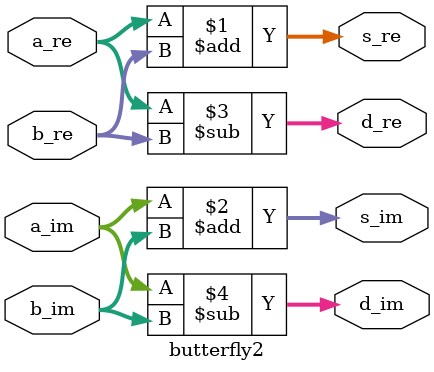
<source format=v>
module fft8 (
    input wire clk,
    input wire rst,
    input wire start,
    output reg done,

    // Complex inputs
    input wire signed [31:0] x0_re,
    input wire signed [31:0] x0_im,
    input wire signed [31:0] x1_re,
    input wire signed [31:0] x1_im,

    // Outputs: butterfly results
    output reg signed [31:0] X0_re,
    output reg signed [31:0] X0_im,
    output reg signed [31:0] X1_re,
    output reg signed [31:0] X1_im
);

    // Internal wires
    wire signed [31:0] bf_s_re, bf_s_im;
    wire signed [31:0] bf_d_re, bf_d_im;

    // Instantiate butterfly module
    butterfly2 bf_inst (
        .a_re(x0_re), .a_im(x0_im),
        .b_re(x1_re), .b_im(x1_im),
        .s_re(bf_s_re), .s_im(bf_s_im),
        .d_re(bf_d_re), .d_im(bf_d_im)
    );

    always @(posedge clk) begin
        if (rst) begin
            done <= 1'b0;

            X0_re <= 32'sd0; X0_im <= 32'sd0;
            X1_re <= 32'sd0; X1_im <= 32'sd0;
        
        end else begin
            done <= 1'b0;

            if (start) begin
                // Use butterfly outputs as FFT outputs
                X0_re <= bf_s_re; X0_im <= bf_s_im; // x0 + x1
                X1_re <= bf_d_re; X1_im <= bf_d_im; // x0 - x1
                done <= 1'b1;
            end  
        end
    end
endmodule 

module butterfly2 (
    input wire signed [31:0] a_re,
    input wire signed [31:0] a_im,
    input wire signed [31:0] b_re,
    input wire signed [31:0] b_im,

    output wire signed [31:0] s_re,
    output wire signed [31:0] s_im,
    output wire signed [31:0] d_re,
    output wire signed [31:0] d_im
);

    // Summing
    assign s_re = a_re + b_re;
    assign s_im = a_im + b_im;

    // Difference
    assign d_re = a_re - b_re;
    assign d_im = a_im - b_im;
endmodule
</source>
